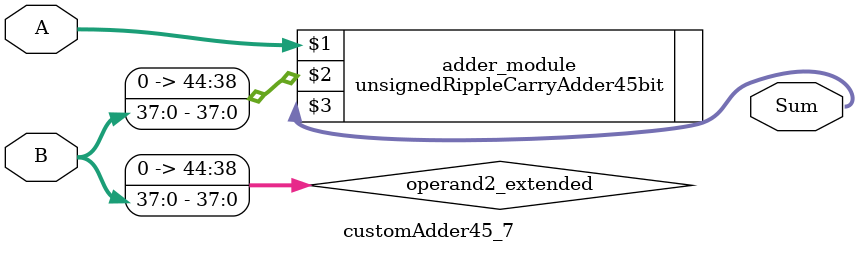
<source format=v>
module customAdder45_7(
                        input [44 : 0] A,
                        input [37 : 0] B,
                        
                        output [45 : 0] Sum
                );

        wire [44 : 0] operand2_extended;
        
        assign operand2_extended =  {7'b0, B};
        
        unsignedRippleCarryAdder45bit adder_module(
            A,
            operand2_extended,
            Sum
        );
        
        endmodule
        
</source>
